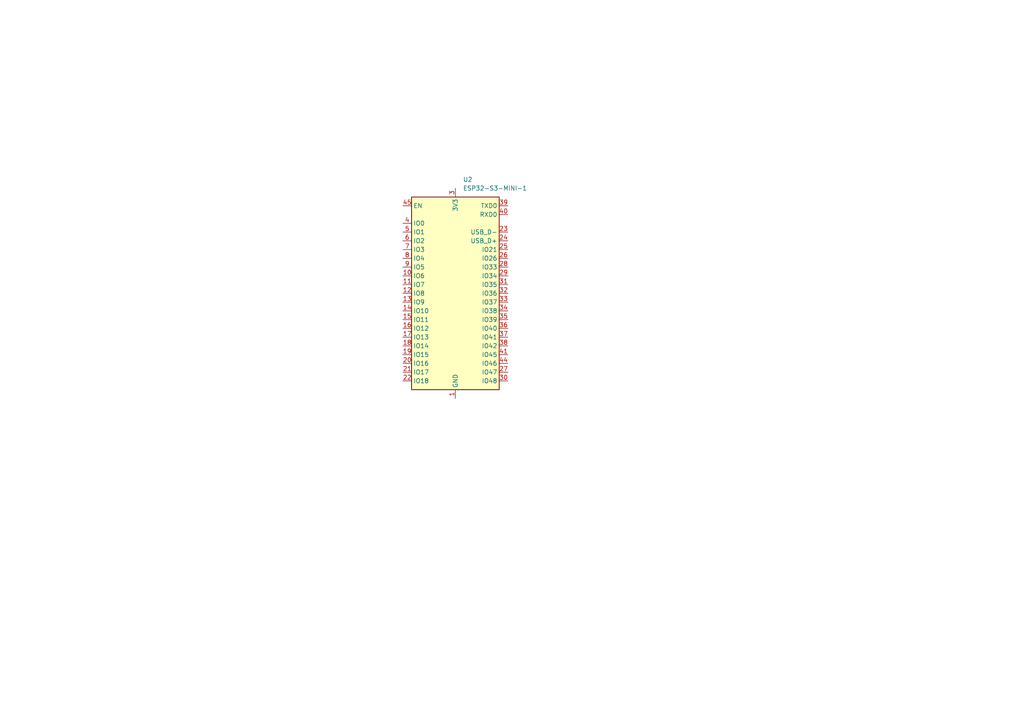
<source format=kicad_sch>
(kicad_sch (version 20231120) (generator "eeschema") (generator_version "8.0")
  (paper "A4")
  (lib_symbols
    (symbol "RF_Module:ESP32-S3-MINI-1"
      (property "Reference" "U" (at -11.43 29.21 0))
      (property "Value" "ESP32-S3-MINI-1" (at 12.7 29.21 0))
      (symbol "ESP32-S3-MINI-1_0_1"
        (rectangle (start -12.7 27.94) (end 12.7 -27.94) (stroke (width 0.254)) (fill (type background)))
      )
      (symbol "ESP32-S3-MINI-1_1_1"
        (pin power_in line (at 0 -30.48 90) (length 2.54) (name "GND") (number "1"))
        (pin bidirectional line (at -15.24 5.08 0) (length 2.54) (name "IO6") (number "10"))
        (pin bidirectional line (at -15.24 2.54 0) (length 2.54) (name "IO7") (number "11"))
        (pin bidirectional line (at -15.24 0 0) (length 2.54) (name "IO8") (number "12"))
        (pin bidirectional line (at -15.24 -2.54 0) (length 2.54) (name "IO9") (number "13"))
        (pin bidirectional line (at -15.24 -5.08 0) (length 2.54) (name "IO10") (number "14"))
        (pin bidirectional line (at -15.24 -7.62 0) (length 2.54) (name "IO11") (number "15"))
        (pin bidirectional line (at -15.24 -10.16 0) (length 2.54) (name "IO12") (number "16"))
        (pin bidirectional line (at -15.24 -12.7 0) (length 2.54) (name "IO13") (number "17"))
        (pin bidirectional line (at -15.24 -15.24 0) (length 2.54) (name "IO14") (number "18"))
        (pin bidirectional line (at -15.24 -17.78 0) (length 2.54) (name "IO15") (number "19"))
        (pin passive line (at 0 -30.48 90) (length 2.54) hide (name "GND") (number "2"))
        (pin bidirectional line (at -15.24 -20.32 0) (length 2.54) (name "IO16") (number "20"))
        (pin bidirectional line (at -15.24 -22.86 0) (length 2.54) (name "IO17") (number "21"))
        (pin bidirectional line (at -15.24 -25.4 0) (length 2.54) (name "IO18") (number "22"))
        (pin bidirectional line (at 15.24 17.78 180) (length 2.54) (name "USB_D-") (number "23"))
        (pin bidirectional line (at 15.24 15.24 180) (length 2.54) (name "USB_D+") (number "24"))
        (pin bidirectional line (at 15.24 12.7 180) (length 2.54) (name "IO21") (number "25"))
        (pin bidirectional line (at 15.24 10.16 180) (length 2.54) (name "IO26") (number "26"))
        (pin bidirectional line (at 15.24 -22.86 180) (length 2.54) (name "IO47") (number "27"))
        (pin bidirectional line (at 15.24 7.62 180) (length 2.54) (name "IO33") (number "28"))
        (pin bidirectional line (at 15.24 5.08 180) (length 2.54) (name "IO34") (number "29"))
        (pin power_in line (at 0 30.48 270) (length 2.54) (name "3V3") (number "3"))
        (pin bidirectional line (at 15.24 -25.4 180) (length 2.54) (name "IO48") (number "30"))
        (pin bidirectional line (at 15.24 2.54 180) (length 2.54) (name "IO35") (number "31"))
        (pin bidirectional line (at 15.24 0 180) (length 2.54) (name "IO36") (number "32"))
        (pin bidirectional line (at 15.24 -2.54 180) (length 2.54) (name "IO37") (number "33"))
        (pin bidirectional line (at 15.24 -5.08 180) (length 2.54) (name "IO38") (number "34"))
        (pin bidirectional line (at 15.24 -7.62 180) (length 2.54) (name "IO39") (number "35"))
        (pin bidirectional line (at 15.24 -10.16 180) (length 2.54) (name "IO40") (number "36"))
        (pin bidirectional line (at 15.24 -12.7 180) (length 2.54) (name "IO41") (number "37"))
        (pin bidirectional line (at 15.24 -15.24 180) (length 2.54) (name "IO42") (number "38"))
        (pin bidirectional line (at 15.24 25.4 180) (length 2.54) (name "TXD0") (number "39"))
        (pin bidirectional line (at -15.24 20.32 0) (length 2.54) (name "IO0") (number "4"))
        (pin bidirectional line (at 15.24 22.86 180) (length 2.54) (name "RXD0") (number "40"))
        (pin bidirectional line (at 15.24 -17.78 180) (length 2.54) (name "IO45") (number "41"))
        (pin passive line (at 0 -30.48 90) (length 2.54) hide (name "GND") (number "42"))
        (pin passive line (at 0 -30.48 90) (length 2.54) hide (name "GND") (number "43"))
        (pin bidirectional line (at 15.24 -20.32 180) (length 2.54) (name "IO46") (number "44"))
        (pin input line (at -15.24 25.4 0) (length 2.54) (name "EN") (number "45"))
        (pin passive line (at 0 -30.48 90) (length 2.54) hide (name "GND") (number "46"))
        (pin passive line (at 0 -30.48 90) (length 2.54) hide (name "GND") (number "47"))
        (pin passive line (at 0 -30.48 90) (length 2.54) hide (name "GND") (number "48"))
        (pin passive line (at 0 -30.48 90) (length 2.54) hide (name "GND") (number "49"))
        (pin bidirectional line (at -15.24 17.78 0) (length 2.54) (name "IO1") (number "5"))
        (pin passive line (at 0 -30.48 90) (length 2.54) hide (name "GND") (number "50"))
        (pin passive line (at 0 -30.48 90) (length 2.54) hide (name "GND") (number "51"))
        (pin passive line (at 0 -30.48 90) (length 2.54) hide (name "GND") (number "52"))
        (pin passive line (at 0 -30.48 90) (length 2.54) hide (name "GND") (number "53"))
        (pin passive line (at 0 -30.48 90) (length 2.54) hide (name "GND") (number "54"))
        (pin passive line (at 0 -30.48 90) (length 2.54) hide (name "GND") (number "55"))
        (pin passive line (at 0 -30.48 90) (length 2.54) hide (name "GND") (number "56"))
        (pin passive line (at 0 -30.48 90) (length 2.54) hide (name "GND") (number "57"))
        (pin passive line (at 0 -30.48 90) (length 2.54) hide (name "GND") (number "58"))
        (pin passive line (at 0 -30.48 90) (length 2.54) hide (name "GND") (number "59"))
        (pin bidirectional line (at -15.24 15.24 0) (length 2.54) (name "IO2") (number "6"))
        (pin passive line (at 0 -30.48 90) (length 2.54) hide (name "GND") (number "60"))
        (pin passive line (at 0 -30.48 90) (length 2.54) hide (name "GND") (number "61"))
        (pin passive line (at 0 -30.48 90) (length 2.54) hide (name "GND") (number "62"))
        (pin passive line (at 0 -30.48 90) (length 2.54) hide (name "GND") (number "63"))
        (pin passive line (at 0 -30.48 90) (length 2.54) hide (name "GND") (number "64"))
        (pin passive line (at 0 -30.48 90) (length 2.54) hide (name "GND") (number "65"))
        (pin bidirectional line (at -15.24 12.7 0) (length 2.54) (name "IO3") (number "7"))
        (pin bidirectional line (at -15.24 10.16 0) (length 2.54) (name "IO4") (number "8"))
        (pin bidirectional line (at -15.24 7.62 0) (length 2.54) (name "IO5") (number "9"))
      )
    )
  )
  (symbol (lib_id "RF_Module:ESP32-S3-MINI-1") (at 132.08 85.09 0) (unit 1)
    (property "Reference" "U2" (at 134.2741 52.07 0) (effects (justify left)))
    (property "Value" "ESP32-S3-MINI-1" (at 134.2741 54.61 0) (effects (justify left)))
    (property "Footprint" "RF_Module:ESP32-S2-MINI-1" (effects (hide yes)))
    (property "Datasheet" "https://www.espressif.com/sites/default/files/documentation/esp32-s3-mini-1_mini-1u_datasheet_en.pdf" (effects (hide yes)))
    (property "Description" "RF Module, ESP32-S3 SoC, Wi-Fi 802.11b/g/n, Bluetooth, BLE, 32-bit, 3.3V, SMD, onboard antenna" (effects (hide yes)))
  )
)
</source>
